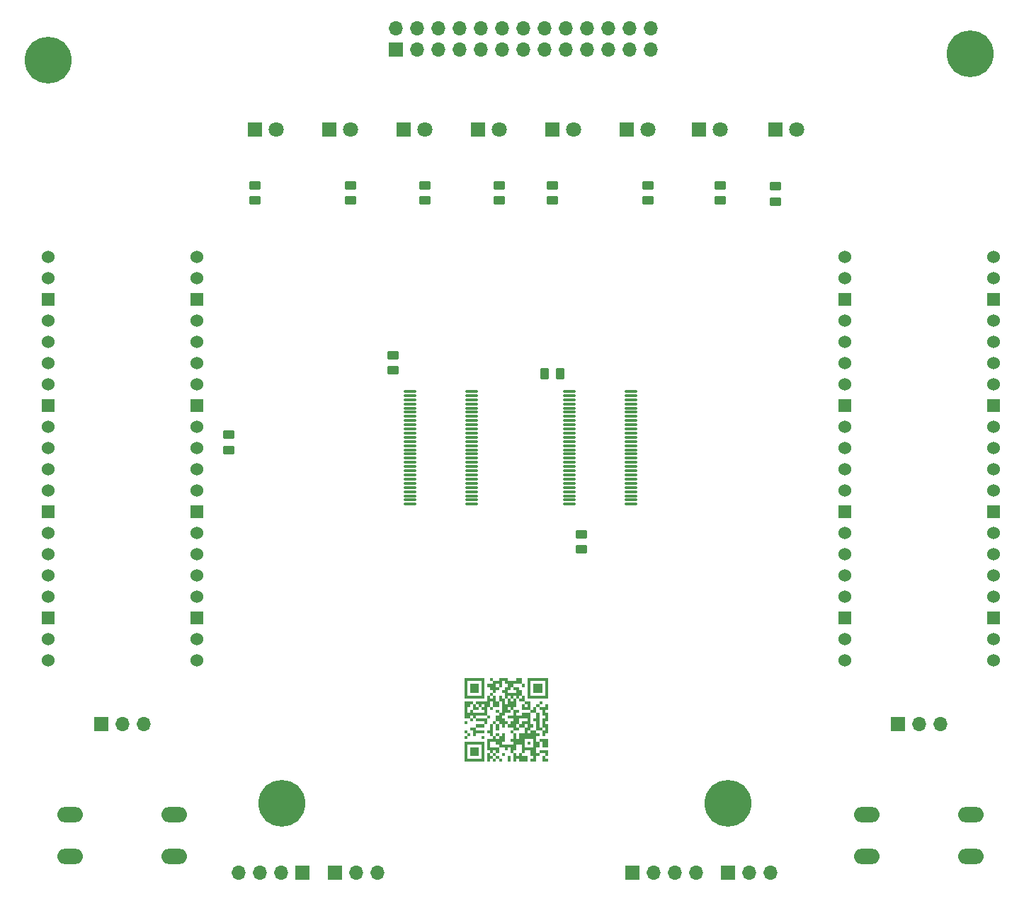
<source format=gbr>
%TF.GenerationSoftware,KiCad,Pcbnew,7.0.8*%
%TF.CreationDate,2023-10-15T22:31:49-07:00*%
%TF.ProjectId,DevkitHotswapPicoHub,4465766b-6974-4486-9f74-737761705069,rev?*%
%TF.SameCoordinates,Original*%
%TF.FileFunction,Soldermask,Top*%
%TF.FilePolarity,Negative*%
%FSLAX46Y46*%
G04 Gerber Fmt 4.6, Leading zero omitted, Abs format (unit mm)*
G04 Created by KiCad (PCBNEW 7.0.8) date 2023-10-15 22:31:49*
%MOMM*%
%LPD*%
G01*
G04 APERTURE LIST*
G04 Aperture macros list*
%AMRoundRect*
0 Rectangle with rounded corners*
0 $1 Rounding radius*
0 $2 $3 $4 $5 $6 $7 $8 $9 X,Y pos of 4 corners*
0 Add a 4 corners polygon primitive as box body*
4,1,4,$2,$3,$4,$5,$6,$7,$8,$9,$2,$3,0*
0 Add four circle primitives for the rounded corners*
1,1,$1+$1,$2,$3*
1,1,$1+$1,$4,$5*
1,1,$1+$1,$6,$7*
1,1,$1+$1,$8,$9*
0 Add four rect primitives between the rounded corners*
20,1,$1+$1,$2,$3,$4,$5,0*
20,1,$1+$1,$4,$5,$6,$7,0*
20,1,$1+$1,$6,$7,$8,$9,0*
20,1,$1+$1,$8,$9,$2,$3,0*%
G04 Aperture macros list end*
%ADD10C,5.600000*%
%ADD11RoundRect,0.250000X-0.450000X0.262500X-0.450000X-0.262500X0.450000X-0.262500X0.450000X0.262500X0*%
%ADD12R,1.700000X1.700000*%
%ADD13O,1.700000X1.700000*%
%ADD14R,1.800000X1.800000*%
%ADD15C,1.800000*%
%ADD16RoundRect,0.075000X-0.662500X-0.075000X0.662500X-0.075000X0.662500X0.075000X-0.662500X0.075000X0*%
%ADD17O,3.048000X1.850000*%
%ADD18RoundRect,0.250000X-0.262500X-0.450000X0.262500X-0.450000X0.262500X0.450000X-0.262500X0.450000X0*%
%ADD19C,1.524000*%
%ADD20R,1.524000X1.524000*%
%ADD21RoundRect,0.075000X0.662500X0.075000X-0.662500X0.075000X-0.662500X-0.075000X0.662500X-0.075000X0*%
G04 APERTURE END LIST*
%TO.C,G\u002A\u002A\u002A*%
G36*
X70462704Y-99765319D02*
G01*
X70117864Y-99765319D01*
X70117864Y-99420478D01*
X70462704Y-99420478D01*
X70462704Y-99765319D01*
G37*
G36*
X70462704Y-100799842D02*
G01*
X70117864Y-100799842D01*
X70117864Y-100455001D01*
X70462704Y-100455001D01*
X70462704Y-100799842D01*
G37*
G36*
X70462704Y-101489524D02*
G01*
X70117864Y-101489524D01*
X70117864Y-101144683D01*
X70462704Y-101144683D01*
X70462704Y-101489524D01*
G37*
G36*
X70807545Y-101144683D02*
G01*
X70462704Y-101144683D01*
X70462704Y-100799842D01*
X70807545Y-100799842D01*
X70807545Y-101144683D01*
G37*
G36*
X71842068Y-95972068D02*
G01*
X70807545Y-95972068D01*
X70807545Y-94937545D01*
X71842068Y-94937545D01*
X71842068Y-95972068D01*
G37*
G36*
X71842068Y-103558569D02*
G01*
X70807545Y-103558569D01*
X70807545Y-102524047D01*
X71842068Y-102524047D01*
X71842068Y-103558569D01*
G37*
G36*
X72531750Y-100110160D02*
G01*
X71497227Y-100110160D01*
X71497227Y-99765319D01*
X72531750Y-99765319D01*
X72531750Y-100110160D01*
G37*
G36*
X72531750Y-101489524D02*
G01*
X72186909Y-101489524D01*
X72186909Y-101144683D01*
X72531750Y-101144683D01*
X72531750Y-101489524D01*
G37*
G36*
X73221432Y-99075637D02*
G01*
X72876591Y-99075637D01*
X72876591Y-98730796D01*
X73221432Y-98730796D01*
X73221432Y-99075637D01*
G37*
G36*
X73566273Y-94592704D02*
G01*
X73221432Y-94592704D01*
X73221432Y-94247864D01*
X73566273Y-94247864D01*
X73566273Y-94592704D01*
G37*
G36*
X73911114Y-104248251D02*
G01*
X73566273Y-104248251D01*
X73566273Y-103903410D01*
X73911114Y-103903410D01*
X73911114Y-104248251D01*
G37*
G36*
X74255955Y-98385955D02*
G01*
X73911114Y-98385955D01*
X73911114Y-98041114D01*
X74255955Y-98041114D01*
X74255955Y-98385955D01*
G37*
G36*
X74255955Y-100455001D02*
G01*
X73911114Y-100455001D01*
X73911114Y-99765319D01*
X74255955Y-99765319D01*
X74255955Y-100455001D01*
G37*
G36*
X74255955Y-101144683D02*
G01*
X73911114Y-101144683D01*
X73911114Y-100799842D01*
X74255955Y-100799842D01*
X74255955Y-101144683D01*
G37*
G36*
X74255955Y-103903410D02*
G01*
X73911114Y-103903410D01*
X73911114Y-103558569D01*
X74255955Y-103558569D01*
X74255955Y-103903410D01*
G37*
G36*
X74600796Y-104248251D02*
G01*
X74255955Y-104248251D01*
X74255955Y-103903410D01*
X74600796Y-103903410D01*
X74600796Y-104248251D01*
G37*
G36*
X74945637Y-103558569D02*
G01*
X74600796Y-103558569D01*
X74600796Y-103213729D01*
X74945637Y-103213729D01*
X74945637Y-103558569D01*
G37*
G36*
X75635319Y-104248251D02*
G01*
X75290478Y-104248251D01*
X75290478Y-103558569D01*
X75635319Y-103558569D01*
X75635319Y-104248251D01*
G37*
G36*
X75980160Y-100799842D02*
G01*
X75635319Y-100799842D01*
X75635319Y-100455001D01*
X75980160Y-100455001D01*
X75980160Y-100799842D01*
G37*
G36*
X77359524Y-95282386D02*
G01*
X77014683Y-95282386D01*
X77014683Y-94937545D01*
X77359524Y-94937545D01*
X77359524Y-95282386D01*
G37*
G36*
X78049206Y-102179206D02*
G01*
X77704365Y-102179206D01*
X77704365Y-101834365D01*
X78049206Y-101834365D01*
X78049206Y-102179206D01*
G37*
G36*
X79428569Y-95972068D02*
G01*
X78394047Y-95972068D01*
X78394047Y-94937545D01*
X79428569Y-94937545D01*
X79428569Y-95972068D01*
G37*
G36*
X79428569Y-97351432D02*
G01*
X79083729Y-97351432D01*
X79083729Y-97006591D01*
X79428569Y-97006591D01*
X79428569Y-97351432D01*
G37*
G36*
X72876591Y-99765319D02*
G01*
X72531750Y-99765319D01*
X72531750Y-99420478D01*
X71497227Y-99420478D01*
X71497227Y-99075637D01*
X72876591Y-99075637D01*
X72876591Y-99765319D01*
G37*
G36*
X79773410Y-103903410D02*
G01*
X80118251Y-103903410D01*
X80118251Y-104248251D01*
X79428569Y-104248251D01*
X79428569Y-103558569D01*
X79773410Y-103558569D01*
X79773410Y-103903410D01*
G37*
G36*
X80118251Y-102524047D02*
G01*
X79428569Y-102524047D01*
X79428569Y-101834365D01*
X79083729Y-101834365D01*
X79083729Y-101489524D01*
X80118251Y-101489524D01*
X80118251Y-102524047D01*
G37*
G36*
X80118251Y-103558569D02*
G01*
X79773410Y-103558569D01*
X79773410Y-103213729D01*
X79083729Y-103213729D01*
X79083729Y-102868888D01*
X80118251Y-102868888D01*
X80118251Y-103558569D01*
G37*
G36*
X71497227Y-100455001D02*
G01*
X72531750Y-100455001D01*
X72531750Y-100799842D01*
X71497227Y-100799842D01*
X71497227Y-101144683D01*
X71152386Y-101144683D01*
X71152386Y-100455001D01*
X70807545Y-100455001D01*
X70807545Y-100110160D01*
X71497227Y-100110160D01*
X71497227Y-100455001D01*
G37*
G36*
X72531750Y-96661750D02*
G01*
X70117864Y-96661750D01*
X70117864Y-96316909D01*
X70462704Y-96316909D01*
X72186909Y-96316909D01*
X72186909Y-94592704D01*
X70462704Y-94592704D01*
X70462704Y-96316909D01*
X70117864Y-96316909D01*
X70117864Y-94247864D01*
X72531750Y-94247864D01*
X72531750Y-96661750D01*
G37*
G36*
X72531750Y-104248251D02*
G01*
X70117864Y-104248251D01*
X70117864Y-103903410D01*
X70462704Y-103903410D01*
X72186909Y-103903410D01*
X72186909Y-102179206D01*
X70462704Y-102179206D01*
X70462704Y-103903410D01*
X70117864Y-103903410D01*
X70117864Y-101834365D01*
X72531750Y-101834365D01*
X72531750Y-104248251D01*
G37*
G36*
X80118251Y-96661750D02*
G01*
X77704365Y-96661750D01*
X77704365Y-96316909D01*
X78049206Y-96316909D01*
X79773410Y-96316909D01*
X79773410Y-94592704D01*
X78049206Y-94592704D01*
X78049206Y-96316909D01*
X77704365Y-96316909D01*
X77704365Y-94247864D01*
X80118251Y-94247864D01*
X80118251Y-96661750D01*
G37*
G36*
X76325001Y-95972068D02*
G01*
X76325001Y-95627227D01*
X75980160Y-95627227D01*
X75980160Y-95282386D01*
X76669842Y-95282386D01*
X76669842Y-95627227D01*
X77014683Y-95627227D01*
X77014683Y-96316909D01*
X76669842Y-96316909D01*
X76669842Y-96661750D01*
X76325001Y-96661750D01*
X76325001Y-97696273D01*
X75980160Y-97696273D01*
X75980160Y-98041114D01*
X75635319Y-98041114D01*
X75635319Y-98385955D01*
X74945637Y-98385955D01*
X74945637Y-98730796D01*
X74600796Y-98730796D01*
X74600796Y-99075637D01*
X74945637Y-99075637D01*
X74945637Y-99420478D01*
X75290478Y-99420478D01*
X75290478Y-99765319D01*
X75635319Y-99765319D01*
X75635319Y-99420478D01*
X75980160Y-99420478D01*
X75980160Y-99075637D01*
X75290478Y-99075637D01*
X75290478Y-98730796D01*
X75980160Y-98730796D01*
X75980160Y-98041114D01*
X76669842Y-98041114D01*
X76669842Y-98385955D01*
X76325001Y-98385955D01*
X76325001Y-98730796D01*
X77014683Y-98730796D01*
X77014683Y-98385955D01*
X78049206Y-98385955D01*
X78049206Y-98041114D01*
X77014683Y-98041114D01*
X77014683Y-97696273D01*
X77359524Y-97696273D01*
X77704365Y-97696273D01*
X77704365Y-97351432D01*
X77359524Y-97351432D01*
X77359524Y-97696273D01*
X77014683Y-97696273D01*
X77014683Y-97351432D01*
X77359524Y-97351432D01*
X77359524Y-97006591D01*
X78049206Y-97006591D01*
X78049206Y-98041114D01*
X78394047Y-98041114D01*
X78394047Y-97696273D01*
X78738888Y-97696273D01*
X78738888Y-97351432D01*
X79083729Y-97351432D01*
X79083729Y-97696273D01*
X79773410Y-97696273D01*
X79773410Y-97351432D01*
X80118251Y-97351432D01*
X80118251Y-98041114D01*
X79773410Y-98041114D01*
X79773410Y-98385955D01*
X80118251Y-98385955D01*
X80118251Y-99420478D01*
X79773410Y-99420478D01*
X79773410Y-99765319D01*
X80118251Y-99765319D01*
X80118251Y-100799842D01*
X79773410Y-100799842D01*
X79773410Y-101144683D01*
X79428569Y-101144683D01*
X79428569Y-100455001D01*
X79773410Y-100455001D01*
X79773410Y-100110160D01*
X79428569Y-100110160D01*
X79428569Y-100455001D01*
X78738888Y-100455001D01*
X78738888Y-100799842D01*
X79083729Y-100799842D01*
X79083729Y-101144683D01*
X78738888Y-101144683D01*
X78738888Y-101834365D01*
X79083729Y-101834365D01*
X79083729Y-102524047D01*
X78738888Y-102524047D01*
X78738888Y-103213729D01*
X79083729Y-103213729D01*
X79083729Y-103558569D01*
X78738888Y-103558569D01*
X78738888Y-104248251D01*
X78049206Y-104248251D01*
X78049206Y-103903410D01*
X78394047Y-103903410D01*
X78394047Y-103558569D01*
X78049206Y-103558569D01*
X78049206Y-102868888D01*
X77359524Y-102868888D01*
X77359524Y-103213729D01*
X77014683Y-103213729D01*
X77014683Y-103558569D01*
X77704365Y-103558569D01*
X77704365Y-104248251D01*
X76669842Y-104248251D01*
X76669842Y-103903410D01*
X76325001Y-103903410D01*
X76325001Y-104248251D01*
X75980160Y-104248251D01*
X75980160Y-103213729D01*
X76325001Y-103213729D01*
X76325001Y-103558569D01*
X76669842Y-103558569D01*
X76669842Y-103213729D01*
X77014683Y-103213729D01*
X77014683Y-102524047D01*
X77359524Y-102524047D01*
X78394047Y-102524047D01*
X78394047Y-101489524D01*
X77359524Y-101489524D01*
X77359524Y-102524047D01*
X77014683Y-102524047D01*
X77014683Y-102179206D01*
X76325001Y-102179206D01*
X76325001Y-102868888D01*
X75980160Y-102868888D01*
X75980160Y-103213729D01*
X75635319Y-103213729D01*
X75635319Y-102524047D01*
X75290478Y-102524047D01*
X75290478Y-102868888D01*
X74945637Y-102868888D01*
X74945637Y-102524047D01*
X74255955Y-102524047D01*
X74255955Y-103213729D01*
X73911114Y-103213729D01*
X73911114Y-103558569D01*
X73566273Y-103558569D01*
X73566273Y-103903410D01*
X73221432Y-103903410D01*
X73221432Y-104248251D01*
X72876591Y-104248251D01*
X72876591Y-103558569D01*
X73221432Y-103558569D01*
X73566273Y-103558569D01*
X73566273Y-103213729D01*
X73911114Y-103213729D01*
X73911114Y-102868888D01*
X73566273Y-102868888D01*
X73566273Y-103213729D01*
X73221432Y-103213729D01*
X73221432Y-103558569D01*
X72876591Y-103558569D01*
X72876591Y-103213729D01*
X73221432Y-103213729D01*
X73221432Y-102868888D01*
X72876591Y-102868888D01*
X72876591Y-102524047D01*
X73221432Y-102524047D01*
X74255955Y-102524047D01*
X74255955Y-102179206D01*
X73911114Y-102179206D01*
X73911114Y-101834365D01*
X73221432Y-101834365D01*
X73221432Y-102524047D01*
X72876591Y-102524047D01*
X72876591Y-101489524D01*
X73566273Y-101489524D01*
X73566273Y-101144683D01*
X73911114Y-101144683D01*
X73911114Y-101489524D01*
X74255955Y-101489524D01*
X74255955Y-101144683D01*
X74600796Y-101144683D01*
X74600796Y-100799842D01*
X74945637Y-100799842D01*
X74945637Y-101834365D01*
X74600796Y-101834365D01*
X74600796Y-102179206D01*
X75980160Y-102179206D01*
X75980160Y-101834365D01*
X75635319Y-101834365D01*
X75635319Y-101489524D01*
X75980160Y-101489524D01*
X75980160Y-100799842D01*
X76325001Y-100799842D01*
X76325001Y-101489524D01*
X76669842Y-101489524D01*
X76669842Y-100799842D01*
X77359524Y-100799842D01*
X77704365Y-100799842D01*
X78049206Y-100799842D01*
X78049206Y-100455001D01*
X78738888Y-100455001D01*
X78738888Y-99420478D01*
X78394047Y-99420478D01*
X78394047Y-99075637D01*
X78738888Y-99075637D01*
X78738888Y-98385955D01*
X79083729Y-98385955D01*
X79083729Y-100110160D01*
X79428569Y-100110160D01*
X79428569Y-99075637D01*
X79773410Y-99075637D01*
X79773410Y-98730796D01*
X79428569Y-98730796D01*
X79428569Y-98041114D01*
X79083729Y-98041114D01*
X79083729Y-97696273D01*
X78738888Y-97696273D01*
X78738888Y-98385955D01*
X78049206Y-98385955D01*
X78049206Y-99765319D01*
X78394047Y-99765319D01*
X78394047Y-100110160D01*
X78049206Y-100110160D01*
X78049206Y-100455001D01*
X77704365Y-100455001D01*
X77704365Y-100799842D01*
X77359524Y-100799842D01*
X77359524Y-100110160D01*
X77704365Y-100110160D01*
X77704365Y-99765319D01*
X77359524Y-99765319D01*
X77359524Y-100110160D01*
X76669842Y-100110160D01*
X76669842Y-100455001D01*
X75980160Y-100455001D01*
X75980160Y-100110160D01*
X76325001Y-100110160D01*
X76669842Y-100110160D01*
X76669842Y-99765319D01*
X77014683Y-99765319D01*
X77014683Y-99420478D01*
X77704365Y-99420478D01*
X77704365Y-99075637D01*
X76669842Y-99075637D01*
X76669842Y-99765319D01*
X76325001Y-99765319D01*
X76325001Y-100110160D01*
X75980160Y-100110160D01*
X75290478Y-100110160D01*
X75290478Y-99765319D01*
X74945637Y-99765319D01*
X74945637Y-100110160D01*
X74600796Y-100110160D01*
X74600796Y-99765319D01*
X74255955Y-99765319D01*
X74255955Y-99420478D01*
X73911114Y-99420478D01*
X73911114Y-99765319D01*
X73566273Y-99765319D01*
X73566273Y-101144683D01*
X73221432Y-101144683D01*
X73221432Y-100799842D01*
X72876591Y-100799842D01*
X72876591Y-100455001D01*
X73221432Y-100455001D01*
X73221432Y-99765319D01*
X73566273Y-99765319D01*
X73566273Y-99420478D01*
X73911114Y-99420478D01*
X73911114Y-99075637D01*
X73911114Y-98730796D01*
X74255955Y-98730796D01*
X74255955Y-98385955D01*
X74600796Y-98385955D01*
X74600796Y-98041114D01*
X75290478Y-98041114D01*
X75635319Y-98041114D01*
X75635319Y-97696273D01*
X75290478Y-97696273D01*
X75290478Y-98041114D01*
X74600796Y-98041114D01*
X74600796Y-97351432D01*
X74945637Y-97351432D01*
X75290478Y-97351432D01*
X75290478Y-97006591D01*
X75635319Y-97006591D01*
X75980160Y-97006591D01*
X75980160Y-96661750D01*
X76325001Y-96661750D01*
X76325001Y-96316909D01*
X75980160Y-96316909D01*
X75980160Y-96661750D01*
X75635319Y-96661750D01*
X75635319Y-97006591D01*
X75290478Y-97006591D01*
X75290478Y-96661750D01*
X75635319Y-96661750D01*
X75635319Y-96316909D01*
X75290478Y-96316909D01*
X75290478Y-96661750D01*
X74945637Y-96661750D01*
X74945637Y-97351432D01*
X74600796Y-97351432D01*
X74600796Y-97006591D01*
X74255955Y-97006591D01*
X74255955Y-97696273D01*
X73566273Y-97696273D01*
X73566273Y-98041114D01*
X73221432Y-98041114D01*
X73221432Y-97696273D01*
X73566273Y-97696273D01*
X73566273Y-97006591D01*
X73221432Y-97006591D01*
X73221432Y-97696273D01*
X72876591Y-97696273D01*
X72876591Y-98730796D01*
X71497227Y-98730796D01*
X71497227Y-99075637D01*
X71152386Y-99075637D01*
X71152386Y-99420478D01*
X70807545Y-99420478D01*
X70807545Y-99075637D01*
X71152386Y-99075637D01*
X71152386Y-98730796D01*
X70807545Y-98730796D01*
X70807545Y-99075637D01*
X70117864Y-99075637D01*
X70117864Y-98385955D01*
X70462704Y-98385955D01*
X70807545Y-98385955D01*
X71152386Y-98385955D01*
X72531750Y-98385955D01*
X72531750Y-98041114D01*
X72186909Y-98041114D01*
X72186909Y-97696273D01*
X72531750Y-97696273D01*
X72531750Y-97351432D01*
X72186909Y-97351432D01*
X72186909Y-97696273D01*
X71842068Y-97696273D01*
X71842068Y-98041114D01*
X71152386Y-98041114D01*
X71152386Y-98385955D01*
X70807545Y-98385955D01*
X70807545Y-98041114D01*
X71152386Y-98041114D01*
X71152386Y-97696273D01*
X71497227Y-97696273D01*
X71842068Y-97696273D01*
X71842068Y-97351432D01*
X71497227Y-97351432D01*
X71497227Y-97696273D01*
X71152386Y-97696273D01*
X71152386Y-97351432D01*
X70807545Y-97351432D01*
X70807545Y-97696273D01*
X70462704Y-97696273D01*
X70462704Y-98385955D01*
X70117864Y-98385955D01*
X70117864Y-97006591D01*
X71152386Y-97006591D01*
X71152386Y-97351432D01*
X71497227Y-97351432D01*
X71497227Y-97006591D01*
X72876591Y-97006591D01*
X72876591Y-96661750D01*
X73221432Y-96661750D01*
X73566273Y-96661750D01*
X73566273Y-96316909D01*
X73911114Y-96316909D01*
X73911114Y-97006591D01*
X74255955Y-97006591D01*
X74255955Y-96316909D01*
X74600796Y-96316909D01*
X74600796Y-96661750D01*
X74945637Y-96661750D01*
X74945637Y-95972068D01*
X74600796Y-95972068D01*
X74600796Y-95627227D01*
X74945637Y-95627227D01*
X74945637Y-95282386D01*
X75290478Y-95282386D01*
X75290478Y-94937545D01*
X74945637Y-94937545D01*
X74945637Y-94592704D01*
X74600796Y-94592704D01*
X74600796Y-95282386D01*
X74255955Y-95282386D01*
X74255955Y-95627227D01*
X73911114Y-95627227D01*
X73911114Y-95972068D01*
X73566273Y-95972068D01*
X73566273Y-96316909D01*
X73221432Y-96316909D01*
X73221432Y-96661750D01*
X72876591Y-96661750D01*
X72876591Y-96316909D01*
X73221432Y-96316909D01*
X73221432Y-95972068D01*
X73566273Y-95972068D01*
X73566273Y-95627227D01*
X73221432Y-95627227D01*
X73221432Y-95282386D01*
X73911114Y-95282386D01*
X74255955Y-95282386D01*
X74255955Y-94937545D01*
X73911114Y-94937545D01*
X73911114Y-95282386D01*
X73221432Y-95282386D01*
X72876591Y-95282386D01*
X72876591Y-94937545D01*
X73566273Y-94937545D01*
X73566273Y-94592704D01*
X74255955Y-94592704D01*
X74255955Y-94247864D01*
X75290478Y-94247864D01*
X75290478Y-94592704D01*
X76325001Y-94592704D01*
X76325001Y-94247864D01*
X77014683Y-94247864D01*
X77014683Y-94937545D01*
X75980160Y-94937545D01*
X75980160Y-95282386D01*
X75635319Y-95282386D01*
X75635319Y-95627227D01*
X75290478Y-95627227D01*
X75290478Y-95972068D01*
X76325001Y-95972068D01*
G37*
G36*
X77359524Y-96316909D02*
G01*
X77359524Y-97006591D01*
X76669842Y-97006591D01*
X76669842Y-96661750D01*
X77014683Y-96661750D01*
X77014683Y-96316909D01*
X77359524Y-96316909D01*
G37*
%TD*%
D10*
%TO.C,REF\u002A\u002A*%
X101600000Y-109220000D03*
%TD*%
%TO.C,REF\u002A\u002A*%
X48260000Y-109220000D03*
%TD*%
%TO.C,REF\u002A\u002A*%
X20320000Y-20320000D03*
%TD*%
%TO.C,REF\u002A\u002A*%
X130556000Y-19558000D03*
%TD*%
D11*
%TO.C,R421*%
X92075000Y-35282500D03*
X92075000Y-37107500D03*
%TD*%
D12*
%TO.C,J405*%
X101600000Y-117475000D03*
D13*
X104140000Y-117475000D03*
X106680000Y-117475000D03*
%TD*%
D14*
%TO.C,D411*%
X80645000Y-28575000D03*
D15*
X83185000Y-28575000D03*
%TD*%
D16*
%TO.C,U501*%
X82647500Y-59925000D03*
X82647500Y-60425000D03*
X82647500Y-60925000D03*
X82647500Y-61425000D03*
X82647500Y-61925000D03*
X82647500Y-62425000D03*
X82647500Y-62925000D03*
X82647500Y-63425000D03*
X82647500Y-63925000D03*
X82647500Y-64425000D03*
X82647500Y-64925000D03*
X82647500Y-65425000D03*
X82647500Y-65925000D03*
X82647500Y-66425000D03*
X82647500Y-66925000D03*
X82647500Y-67425000D03*
X82647500Y-67925000D03*
X82647500Y-68425000D03*
X82647500Y-68925000D03*
X82647500Y-69425000D03*
X82647500Y-69925000D03*
X82647500Y-70425000D03*
X82647500Y-70925000D03*
X82647500Y-71425000D03*
X82647500Y-71925000D03*
X82647500Y-72425000D03*
X82647500Y-72925000D03*
X82647500Y-73425000D03*
X90072500Y-73425000D03*
X90072500Y-72925000D03*
X90072500Y-72425000D03*
X90072500Y-71925000D03*
X90072500Y-71425000D03*
X90072500Y-70925000D03*
X90072500Y-70425000D03*
X90072500Y-69925000D03*
X90072500Y-69425000D03*
X90072500Y-68925000D03*
X90072500Y-68425000D03*
X90072500Y-67925000D03*
X90072500Y-67425000D03*
X90072500Y-66925000D03*
X90072500Y-66425000D03*
X90072500Y-65925000D03*
X90072500Y-65425000D03*
X90072500Y-64925000D03*
X90072500Y-64425000D03*
X90072500Y-63925000D03*
X90072500Y-63425000D03*
X90072500Y-62925000D03*
X90072500Y-62425000D03*
X90072500Y-61925000D03*
X90072500Y-61425000D03*
X90072500Y-60925000D03*
X90072500Y-60425000D03*
X90072500Y-59925000D03*
%TD*%
D11*
%TO.C,R417*%
X56515000Y-35282500D03*
X56515000Y-37107500D03*
%TD*%
D14*
%TO.C,D408*%
X53975000Y-28575000D03*
D15*
X56515000Y-28575000D03*
%TD*%
D14*
%TO.C,D412*%
X89535000Y-28575000D03*
D15*
X92075000Y-28575000D03*
%TD*%
D12*
%TO.C,J404*%
X90170000Y-117475000D03*
D13*
X92710000Y-117475000D03*
X95250000Y-117475000D03*
X97790000Y-117475000D03*
%TD*%
D17*
%TO.C,SW403*%
X35450000Y-115530000D03*
X22950000Y-115530000D03*
X35450000Y-110530000D03*
X22950000Y-110530000D03*
%TD*%
D14*
%TO.C,D413*%
X98185000Y-28575000D03*
D15*
X100725000Y-28575000D03*
%TD*%
D11*
%TO.C,R419*%
X74295000Y-35282500D03*
X74295000Y-37107500D03*
%TD*%
D14*
%TO.C,D410*%
X71755000Y-28575000D03*
D15*
X74295000Y-28575000D03*
%TD*%
D18*
%TO.C,R503*%
X79732500Y-57785000D03*
X81557500Y-57785000D03*
%TD*%
D12*
%TO.C,J303*%
X121920000Y-99695000D03*
D13*
X124460000Y-99695000D03*
X127000000Y-99695000D03*
%TD*%
D11*
%TO.C,R418*%
X65405000Y-35282500D03*
X65405000Y-37107500D03*
%TD*%
%TO.C,R416*%
X45085000Y-35282500D03*
X45085000Y-37107500D03*
%TD*%
%TO.C,R201*%
X41910000Y-65127500D03*
X41910000Y-66952500D03*
%TD*%
D19*
%TO.C,U200*%
X20320000Y-43815000D03*
X20320000Y-46355000D03*
D20*
X20320000Y-48895000D03*
D19*
X20320000Y-51435000D03*
X20320000Y-53975000D03*
X20320000Y-59055000D03*
X20320000Y-56515000D03*
D20*
X20320000Y-61595000D03*
D19*
X20320000Y-64135000D03*
X20320000Y-66675000D03*
X20320000Y-69215000D03*
X20320000Y-71755000D03*
D20*
X20320000Y-74295000D03*
D19*
X20320000Y-76835000D03*
X20320000Y-79375000D03*
X20320000Y-81915000D03*
X20320000Y-84455000D03*
D20*
X20320000Y-86995000D03*
D19*
X20320000Y-89535000D03*
X20320000Y-92075000D03*
X38100000Y-92075000D03*
X38100000Y-89535000D03*
D20*
X38100000Y-86995000D03*
D19*
X38100000Y-84455000D03*
X38100000Y-81915000D03*
X38100000Y-79375000D03*
X38100000Y-76835000D03*
D20*
X38100000Y-74295000D03*
D19*
X38100000Y-71755000D03*
X38100000Y-69215000D03*
X38100000Y-66675000D03*
X38100000Y-64135000D03*
D20*
X38100000Y-61595000D03*
D19*
X38100000Y-59055000D03*
X38100000Y-56515000D03*
X38100000Y-53975000D03*
X38100000Y-51435000D03*
D20*
X38100000Y-48895000D03*
D19*
X38100000Y-46355000D03*
X38100000Y-43815000D03*
%TD*%
D14*
%TO.C,D414*%
X107315000Y-28575000D03*
D15*
X109855000Y-28575000D03*
%TD*%
D12*
%TO.C,J400*%
X50790000Y-117475000D03*
D13*
X48250000Y-117475000D03*
X45710000Y-117475000D03*
X43170000Y-117475000D03*
%TD*%
D11*
%TO.C,R414*%
X107315000Y-35386000D03*
X107315000Y-37211000D03*
%TD*%
D12*
%TO.C,J502*%
X61912500Y-19050000D03*
D13*
X61912500Y-16510000D03*
X64452500Y-19050000D03*
X64452500Y-16510000D03*
X66992500Y-19050000D03*
X66992500Y-16510000D03*
X69532500Y-19050000D03*
X69532500Y-16510000D03*
X72072500Y-19050000D03*
X72072500Y-16510000D03*
X74612500Y-19050000D03*
X74612500Y-16510000D03*
X77152500Y-19050000D03*
X77152500Y-16510000D03*
X79692500Y-19050000D03*
X79692500Y-16510000D03*
X82232500Y-19050000D03*
X82232500Y-16510000D03*
X84772500Y-19050000D03*
X84772500Y-16510000D03*
X87312500Y-19050000D03*
X87312500Y-16510000D03*
X89852500Y-19050000D03*
X89852500Y-16510000D03*
X92392500Y-19050000D03*
X92392500Y-16510000D03*
%TD*%
D11*
%TO.C,R422*%
X100725000Y-35282500D03*
X100725000Y-37107500D03*
%TD*%
D14*
%TO.C,D409*%
X62865000Y-28575000D03*
D15*
X65405000Y-28575000D03*
%TD*%
D14*
%TO.C,D407*%
X45085000Y-28575000D03*
D15*
X47625000Y-28575000D03*
%TD*%
D11*
%TO.C,R420*%
X80645000Y-35282500D03*
X80645000Y-37107500D03*
%TD*%
%TO.C,R504*%
X61595000Y-55602500D03*
X61595000Y-57427500D03*
%TD*%
D17*
%TO.C,SW406*%
X118220000Y-110530000D03*
X130720000Y-110530000D03*
X118220000Y-115530000D03*
X130720000Y-115530000D03*
%TD*%
D19*
%TO.C,U300*%
X115570000Y-43815000D03*
X115570000Y-46355000D03*
D20*
X115570000Y-48895000D03*
D19*
X115570000Y-51435000D03*
X115570000Y-53975000D03*
X115570000Y-59055000D03*
X115570000Y-56515000D03*
D20*
X115570000Y-61595000D03*
D19*
X115570000Y-64135000D03*
X115570000Y-66675000D03*
X115570000Y-69215000D03*
X115570000Y-71755000D03*
D20*
X115570000Y-74295000D03*
D19*
X115570000Y-76835000D03*
X115570000Y-79375000D03*
X115570000Y-81915000D03*
X115570000Y-84455000D03*
D20*
X115570000Y-86995000D03*
D19*
X115570000Y-89535000D03*
X115570000Y-92075000D03*
X133350000Y-92075000D03*
X133350000Y-89535000D03*
D20*
X133350000Y-86995000D03*
D19*
X133350000Y-84455000D03*
X133350000Y-81915000D03*
X133350000Y-79375000D03*
X133350000Y-76835000D03*
D20*
X133350000Y-74295000D03*
D19*
X133350000Y-71755000D03*
X133350000Y-69215000D03*
X133350000Y-66675000D03*
X133350000Y-64135000D03*
D20*
X133350000Y-61595000D03*
D19*
X133350000Y-59055000D03*
X133350000Y-56515000D03*
X133350000Y-53975000D03*
X133350000Y-51435000D03*
D20*
X133350000Y-48895000D03*
D19*
X133350000Y-46355000D03*
X133350000Y-43815000D03*
%TD*%
D12*
%TO.C,J202*%
X26670000Y-99695000D03*
D13*
X29210000Y-99695000D03*
X31750000Y-99695000D03*
%TD*%
D11*
%TO.C,R301*%
X84137500Y-76997500D03*
X84137500Y-78822500D03*
%TD*%
D12*
%TO.C,J401*%
X54610000Y-117475000D03*
D13*
X57150000Y-117475000D03*
X59690000Y-117475000D03*
%TD*%
D21*
%TO.C,U500*%
X71022500Y-73425000D03*
X71022500Y-72925000D03*
X71022500Y-72425000D03*
X71022500Y-71925000D03*
X71022500Y-71425000D03*
X71022500Y-70925000D03*
X71022500Y-70425000D03*
X71022500Y-69925000D03*
X71022500Y-69425000D03*
X71022500Y-68925000D03*
X71022500Y-68425000D03*
X71022500Y-67925000D03*
X71022500Y-67425000D03*
X71022500Y-66925000D03*
X71022500Y-66425000D03*
X71022500Y-65925000D03*
X71022500Y-65425000D03*
X71022500Y-64925000D03*
X71022500Y-64425000D03*
X71022500Y-63925000D03*
X71022500Y-63425000D03*
X71022500Y-62925000D03*
X71022500Y-62425000D03*
X71022500Y-61925000D03*
X71022500Y-61425000D03*
X71022500Y-60925000D03*
X71022500Y-60425000D03*
X71022500Y-59925000D03*
X63597500Y-59925000D03*
X63597500Y-60425000D03*
X63597500Y-60925000D03*
X63597500Y-61425000D03*
X63597500Y-61925000D03*
X63597500Y-62425000D03*
X63597500Y-62925000D03*
X63597500Y-63425000D03*
X63597500Y-63925000D03*
X63597500Y-64425000D03*
X63597500Y-64925000D03*
X63597500Y-65425000D03*
X63597500Y-65925000D03*
X63597500Y-66425000D03*
X63597500Y-66925000D03*
X63597500Y-67425000D03*
X63597500Y-67925000D03*
X63597500Y-68425000D03*
X63597500Y-68925000D03*
X63597500Y-69425000D03*
X63597500Y-69925000D03*
X63597500Y-70425000D03*
X63597500Y-70925000D03*
X63597500Y-71425000D03*
X63597500Y-71925000D03*
X63597500Y-72425000D03*
X63597500Y-72925000D03*
X63597500Y-73425000D03*
%TD*%
M02*

</source>
